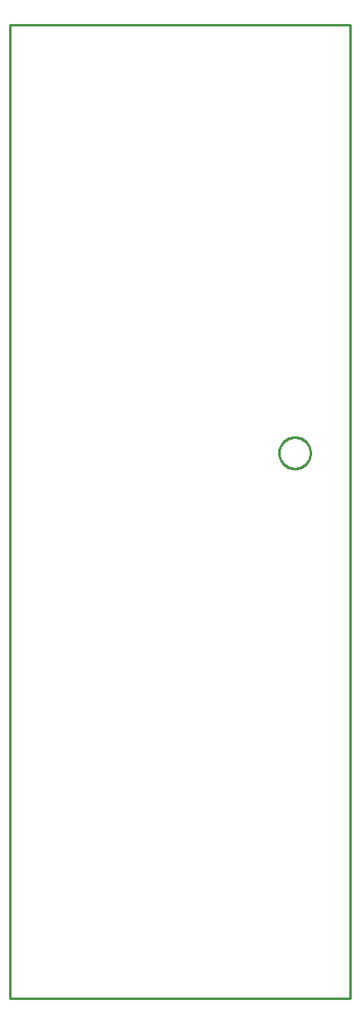
<source format=gbr>
G04 EAGLE Gerber RS-274X export*
G75*
%MOMM*%
%FSLAX34Y34*%
%LPD*%
%IN*%
%IPPOS*%
%AMOC8*
5,1,8,0,0,1.08239X$1,22.5*%
G01*
%ADD10C,0.254000*%


D10*
X0Y0D02*
X349250Y0D01*
X349250Y996950D01*
X0Y996950D01*
X0Y0D01*
X308100Y558276D02*
X308032Y557231D01*
X307895Y556192D01*
X307690Y555165D01*
X307419Y554153D01*
X307083Y553161D01*
X306682Y552193D01*
X306218Y551254D01*
X305695Y550346D01*
X305113Y549475D01*
X304475Y548644D01*
X303784Y547857D01*
X303043Y547116D01*
X302256Y546425D01*
X301425Y545788D01*
X300554Y545206D01*
X299646Y544682D01*
X298707Y544218D01*
X297739Y543817D01*
X296747Y543481D01*
X295735Y543210D01*
X294708Y543005D01*
X293669Y542869D01*
X292624Y542800D01*
X291576Y542800D01*
X290531Y542869D01*
X289492Y543005D01*
X288465Y543210D01*
X287453Y543481D01*
X286461Y543817D01*
X285493Y544218D01*
X284554Y544682D01*
X283646Y545206D01*
X282775Y545788D01*
X281944Y546425D01*
X281157Y547116D01*
X280416Y547857D01*
X279725Y548644D01*
X279088Y549475D01*
X278506Y550346D01*
X277982Y551254D01*
X277518Y552193D01*
X277117Y553161D01*
X276781Y554153D01*
X276510Y555165D01*
X276305Y556192D01*
X276169Y557231D01*
X276100Y558276D01*
X276100Y559324D01*
X276169Y560369D01*
X276305Y561408D01*
X276510Y562435D01*
X276781Y563447D01*
X277117Y564439D01*
X277518Y565407D01*
X277982Y566346D01*
X278506Y567254D01*
X279088Y568125D01*
X279725Y568956D01*
X280416Y569743D01*
X281157Y570484D01*
X281944Y571175D01*
X282775Y571813D01*
X283646Y572395D01*
X284554Y572918D01*
X285493Y573382D01*
X286461Y573783D01*
X287453Y574119D01*
X288465Y574390D01*
X289492Y574595D01*
X290531Y574732D01*
X291576Y574800D01*
X292624Y574800D01*
X293669Y574732D01*
X294708Y574595D01*
X295735Y574390D01*
X296747Y574119D01*
X297739Y573783D01*
X298707Y573382D01*
X299646Y572918D01*
X300554Y572395D01*
X301425Y571813D01*
X302256Y571175D01*
X303043Y570484D01*
X303784Y569743D01*
X304475Y568956D01*
X305113Y568125D01*
X305695Y567254D01*
X306218Y566346D01*
X306682Y565407D01*
X307083Y564439D01*
X307419Y563447D01*
X307690Y562435D01*
X307895Y561408D01*
X308032Y560369D01*
X308100Y559324D01*
X308100Y558276D01*
M02*

</source>
